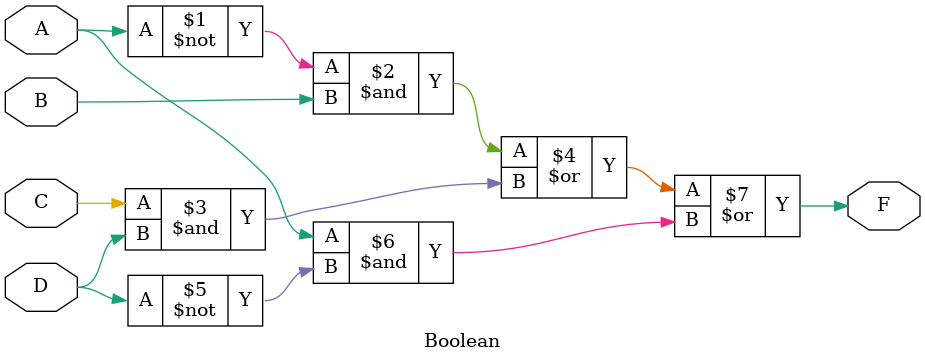
<source format=v>
module Boolean (
    input  wire A,
    input  wire B,
    input  wire C,
    input  wire D,
    output wire F
);

assign F = (~A & B) | (C & D) | (A & ~D);

endmodule

</source>
